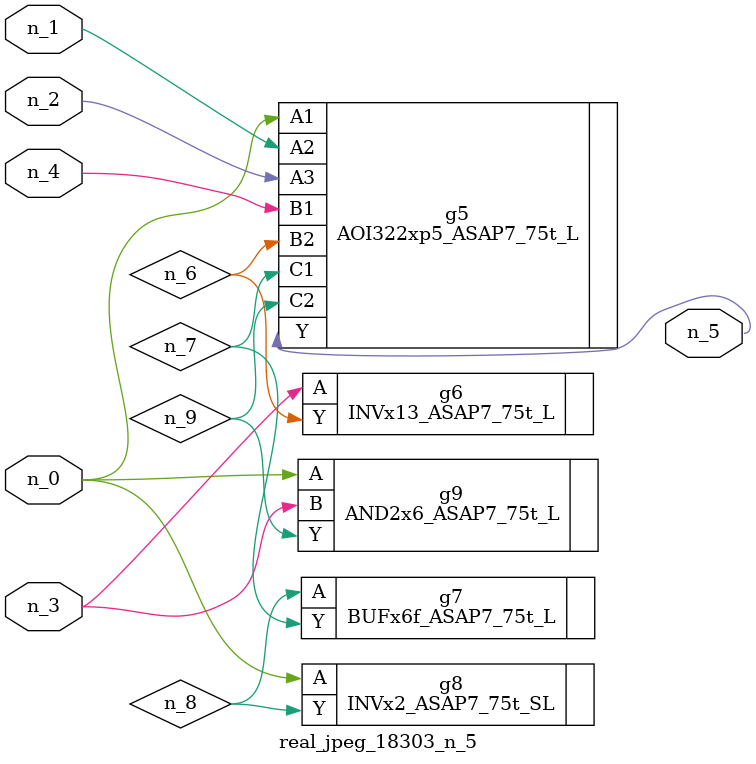
<source format=v>
module real_jpeg_18303_n_5 (n_4, n_0, n_1, n_2, n_3, n_5);

input n_4;
input n_0;
input n_1;
input n_2;
input n_3;

output n_5;

wire n_8;
wire n_6;
wire n_7;
wire n_9;

AOI322xp5_ASAP7_75t_L g5 ( 
.A1(n_0),
.A2(n_1),
.A3(n_2),
.B1(n_4),
.B2(n_6),
.C1(n_7),
.C2(n_9),
.Y(n_5)
);

INVx2_ASAP7_75t_SL g8 ( 
.A(n_0),
.Y(n_8)
);

AND2x6_ASAP7_75t_L g9 ( 
.A(n_0),
.B(n_3),
.Y(n_9)
);

INVx13_ASAP7_75t_L g6 ( 
.A(n_3),
.Y(n_6)
);

BUFx6f_ASAP7_75t_L g7 ( 
.A(n_8),
.Y(n_7)
);


endmodule
</source>
